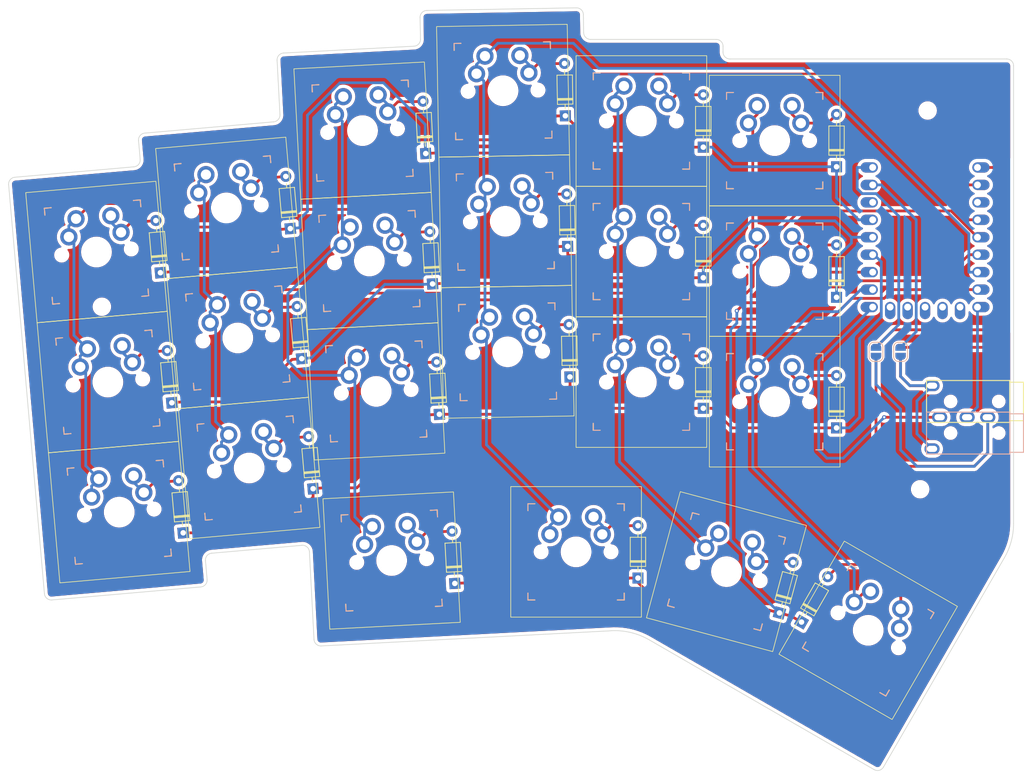
<source format=kicad_pcb>
(kicad_pcb (version 20221018) (generator pcbnew)
  (layers (0 "F.Cu" signal) (31 "B.Cu" signal) (34 "B.Paste" user) (35 "F.Paste" user) (36 "B.SilkS" user "B.Silkscreen") (37 "F.SilkS" user "F.Silkscreen") (38 "B.Mask" user) (39 "F.Mask" user) (44 "Edge.Cuts" user))
  (net 0 "")
  (net 1 "l0")
  (net 2 "Net-(D1-A)")
  (net 3 "Net-(D2-A)")
  (net 4 "Net-(D3-A)")
  (net 5 "Net-(D4-A)")
  (net 6 "Net-(D5-A)")
  (net 7 "Net-(D6-A)")
  (net 8 "l1")
  (net 9 "Net-(D7-A)")
  (net 10 "Net-(D8-A)")
  (net 11 "Net-(D9-A)")
  (net 12 "Net-(D10-A)")
  (net 13 "Net-(D11-A)")
  (net 14 "Net-(D12-A)")
  (net 15 "l2")
  (net 16 "Net-(D13-A)")
  (net 17 "Net-(D14-A)")
  (net 18 "Net-(D15-A)")
  (net 19 "Net-(D16-A)")
  (net 20 "Net-(D17-A)")
  (net 21 "Net-(D18-A)")
  (net 22 "l3")
  (net 23 "Net-(D19-A)")
  (net 24 "Net-(D20-A)")
  (net 25 "Net-(D21-A)")
  (net 26 "Net-(D22-A)")
  (net 27 "+5V")
  (net 28 "GND")
  (net 29 "5V_left")
  (net 30 "GND_left")
  (net 31 "5V_right")
  (net 32 "GND_right")
  (net 33 "c0")
  (net 34 "c1")
  (net 35 "c2")
  (net 36 "c3")
  (net 37 "c4")
  (net 38 "c5")
  (net 40 "com_2")
  (net 46 "com_1")
  (footprint "Diode_THT:D_DO-35_SOD27_P7.62mm_Horizontal" (layer "F.Cu") (at 249.5399 188.0002 75)
    (fp_text reference "D21" hide)
    (fp_text value "1N4148" hide)
  )
  (footprint "Diode_THT:D_DO-35_SOD27_P7.62mm_Horizontal" (layer "F.Cu") (at 178.4028 132.0664 95)
    (fp_text reference "D2" hide)
    (fp_text value "1N4148" hide)
  )
  (footprint "Diode_THT:D_DO-35_SOD27_P7.62mm_Horizontal" (layer "F.Cu") (at 181.7147 169.9218 95)
    (fp_text reference "D14" hide)
    (fp_text value "1N4148" hide)
  )
  (footprint "lib:SW_MX_reversible" (layer "F.Cu") (at 172.4169 166.9107 5)
    (fp_text reference "SW14" hide)
    (fp_text value "SW_SPST" hide)
  )
  (footprint "lib:SolderJumper-2_P1.3mm_Open_RoundedPad1.0x1.5mm" (layer "F.Cu") (at 263.5781 150 -90)
    (fp_text reference "JP_R1" hide)
    (fp_text value "~" hide)
  )
  (footprint "lib:SW_MX_reversible" (layer "F.Cu") (at 169.105 129.0553 5)
    (fp_text reference "SW2" hide)
    (fp_text value "SW_SPST" hide)
  )
  (footprint "MountingHole:MountingHole_2.2mm_M2" (layer "F.Cu") (at 270 170)
    (fp_text reference "H2" hide)
    (fp_text value "MountingHole" hide)
  )
  (footprint "Diode_THT:D_DO-35_SOD27_P7.62mm_Horizontal" (layer "F.Cu") (at 161.1665 157.4151 95)
    (fp_text reference "D7" hide)
    (fp_text value "1N4148" hide)
  )
  (footprint "Diode_THT:D_DO-35_SOD27_P7.62mm_Horizontal" (layer "F.Cu") (at 180.0587 150.9941 95)
    (fp_text reference "D8" hide)
    (fp_text value "1N4148" hide)
  )
  (footprint "MountingHole:MountingHole_2.2mm_M2" (layer "F.Cu") (at 271.0899 114.886)
    (fp_text reference "H3" hide)
    (fp_text value "MountingHole" hide)
  )
  (footprint "lib:SW_MX_reversible" (layer "F.Cu") (at 150.2127 135.4763 5)
    (fp_text reference "SW1" hide)
    (fp_text value "SW_SPST" hide)
  )
  (footprint "Diode_THT:D_DO-35_SOD27_P7.62mm_Horizontal" (layer "F.Cu") (at 199.0878 140.1176 93)
    (fp_text reference "D9" hide)
    (fp_text value "1N4148" hide)
  )
  (footprint "Diode_THT:D_DO-35_SOD27_P7.62mm_Horizontal" (layer "F.Cu") (at 218.7335 134.6552 91)
    (fp_text reference "D10" hide)
    (fp_text value "1N4148" hide)
  )
  (footprint "lib:SW_MX_reversible" (layer "F.Cu") (at 262.4439 190.5281 -30)
    (fp_text reference "SW22" hide)
    (fp_text value "SW_SPST" hide)
  )
  (footprint "Diode_THT:D_DO-35_SOD27_P7.62mm_Horizontal" (layer "F.Cu") (at 159.5105 138.4874 95)
    (fp_text reference "D1" hide)
    (fp_text value "1N4148" hide)
  )
  (footprint "Diode_THT:D_DO-35_SOD27_P7.62mm_Horizontal" (layer "F.Cu") (at 252.7447 189.3277 60)
    (fp_text reference "D22" hide)
    (fp_text value "1N4148" hide)
  )
  (footprint "lib:SW_MX_reversible" (layer "F.Cu") (at 153.5246 173.3317 5)
    (fp_text reference "SW13" hide)
    (fp_text value "SW_SPST" hide)
  )
  (footprint "lib:SW_MX_reversible" (layer "F.Cu") (at 229.4599 116.411)
    (fp_text reference "SW5" hide)
    (fp_text value "SW_SPST" hide)
  )
  (footprint "Diode_THT:D_DO-35_SOD27_P7.62mm_Horizontal" (layer "F.Cu") (at 198.0935 121.1436 93)
    (fp_text reference "D3" hide)
    (fp_text value "1N4148" hide)
  )
  (footprint "lib:SW_MX_reversible" (layer "F.Cu") (at 241.8327 181.9906 -15)
    (fp_text reference "SW21" hide)
    (fp_text value "SW_SPST" hide)
  )
  (footprint "Diode_THT:D_DO-35_SOD27_P7.62mm_Horizontal" (layer "F.Cu") (at 162.8224 176.3428 95)
    (fp_text reference "D13" hide)
    (fp_text value "1N4148" hide)
  )
  (footprint "lib:SW_MX_reversible" (layer "F.Cu") (at 188.9064 117.8098 3)
    (fp_text reference "SW3" hide)
    (fp_text value "SW_SPST" hide)
  )
  (footprint "lib:SW_MX_reversible" (layer "F.Cu") (at 209.6684 131.0029 1)
    (fp_text reference "SW10" hide)
    (fp_text value "SW_SPST" hide)
  )
  (footprint "lib:SW_MX_reversible" (layer "F.Cu") (at 170.7609 147.983 5)
    (fp_text reference "SW8" hide)
    (fp_text value "SW_SPST" hide)
  )
  (footprint "lib:SW_MX_reversible" (layer "F.Cu") (at 248.8399 119.261)
    (fp_text reference "SW6" hide)
    (fp_text value "SW_SPST" hide)
  )
  (footprint "_mcu:rp2040-zero-tht" (layer "F.Cu") (at 270.7149 133.3312)
    (fp_text reference "U1" hide)
    (fp_text value "rp2040-zero" hide)
  )
  (footprint "Diode_THT:D_DO-35_SOD27_P7.62mm_Horizontal" (layer "F.Cu") (at 257.8399 142.071 90)
    (fp_text reference "D12" hide)
    (fp_text value "1N4148" hide)
  )
  (footprint "lib:SW_MX_reversible" (layer "F.Cu") (at 190.8952 155.7578 3)
    (fp_text reference "SW15" hide)
    (fp_text value "SW_SPST" hide)
  )
  (footprint "lib:SW_MX_reversible" (layer "F.Cu") (at 248.8399 157.261)
    (fp_text reference "SW18" hide)
    (fp_text value "SW_SPST" hide)
  )
  (footprint "lib:SW_MX_reversible" (layer "F.Cu") (at 210 150 1)
    (fp_text reference "SW16" hide)
    (fp_text value "SW_SPST" hide)
  )
  (footprint "lib:SW_MX_reversible" (layer "F.Cu") (at 229.4599 135.411)
    (fp_text reference "SW11" hide)
    (fp_text value "SW_SPST" hide)
  )
  (footprint "lib:SW_MX_reversible" (layer "F.Cu") (at 219.9599 179.111)
    (fp_text reference "SW20" hide)
    (fp_text value "SW_SPST" hide)
  )
  (footprint "lib:SW_MX_reversible" (layer "F.Cu") (at 229.4599 154.411)
    (fp_text reference "SW17" hide)
    (fp_text value "SW_SPST" hide)
  )
  (footprint "lib:TRRS-PJ-320A_reversible" (layer "F.Cu") (at 283.028125 159.525 -90)
    (fp_text reference "J1" hide)
    (fp_text value "AudioJack4" hide)
  )
  (footprint "lib:SW_MX_reversible" (layer "F.Cu") (at 248.8399 138.261)
    (fp_text reference "SW12" hide)
    (fp_text value "SW_SPST" hide)
  )
  (footprint "Diode_THT:D_DO-35_SOD27_P7.62mm_Horizontal" (layer "F.Cu") (at 202.3236 183.7079 93)
    (fp_text reference "D19" hide)
    (fp_text value "1N4148" hide)
  )
  (footprint "Diode_THT:D_DO-35_SOD27_P7.62mm_Horizontal" (layer "F.Cu") (at 238.4599 120.221 90)
    (fp_text reference "D5" hide)
    (fp_text value "1N4148" hide)
  )
  (footprint "Diode_THT:D_DO-35_SOD27_P7.62mm_Horizontal" (layer "F.Cu") (at 218.4019 115.6581 91)
    (fp_text reference "D4" hide)
    (fp_text value "1N4148" hide)
  )
  (footprint "MountingHole:MountingHole_2.2mm_M2" (layer "F.Cu") (at 150.9971 143.442)
    (fp_text reference "H1" hide)
    (fp_text value "MountingHole" hide)
  )
  (footprint "Diode_THT:D_DO-35_SOD27_P7.62mm_Horizontal" (layer "F.Cu") (at 238.4599 139.221 90)
    (fp_text reference "D11" hide)
    (fp_text value "1N4148" hide)
  )
  (footprint "Diode_THT:D_DO-35_SOD27_P7.62mm_Horizontal" (layer "F.Cu") (at 219.0651 153.6523 91)
    (fp_text reference "D16" hide)
    (fp_text value "1N4148" hide)
  )
  (footprint "Diode_THT:D_DO-35_SOD27_P7.62mm_Horizontal" (layer "F.Cu") (at 238.4599 158.221 90)
    (fp_text reference "D17" hide)
    (fp_text value "1N4148" hide)
  )
  (footprint "Diode_THT:D_DO-35_SOD27_P7.62mm_Horizontal" (layer "F.Cu") (at 257.8399 123.071 90)
    (fp_text reference "D6" hide)
    (fp_text value "1N4148" hide)
  )
  (footprint "lib:SW_MX_reversible" (layer "F.Cu") (at 193.1366 180.3742 3)
    (fp_text reference "SW19" hide)
    (fp_text value "SW_SPST" hide)
  )
  (footprint "Diode_THT:D_DO-35_SOD27_P7.62mm_Horizontal" (layer "F.Cu") (at 200.0822 159.0915 93)
    (fp_text reference "D15" hide)
    (fp_text value "1N4148" hide)
  )
  (footprint "lib:SolderJumper-2_P1.3mm_Open_RoundedPad1.0x1.5mm" (layer "F.Cu") (at 267.15 150 -90)
    (fp_text reference "JP_R2" hide)
    (fp_text value "~" hide)
  )
  (footprint "lib:SW_MX_reversible" (layer "F.Cu") (at 209.3368 112.0058 1)
    (fp_text reference "SW4" hide)
    (fp_text value "SW_SPST" hide)
  )
  (footprint "lib:SW_MX_reversible" (layer "F.Cu") (at 151.8687 154.404 5)
    (fp_text reference "SW7" hide)
    (fp_text value "SW_SPST" hide)
  )
  (footprint "Diode_THT:D_DO-35_SOD27_P7.62mm_Horizontal" (layer "F.Cu") (at 257.8399 161.071 90)
    (fp_text reference "D18" hide)
    (fp_text value "1N4148" hide)
  )
  (footprint "lib:SW_MX_reversible" (layer "F.Cu") (at 189.9008 136.7838 3)
    (fp_text reference "SW9" hide)
    (fp_text value "SW_SPST" hide)
  )
  (footprint "Diode_THT:D_DO-35_SOD27_P7.62mm_Horizontal" (layer "F.Cu") (at 228.9599 182.921 90)
    (fp_text reference "D20" hide)
    (fp_text value "1N4148" hide)
  )
  (footprint "lib:SolderJumper-2_P1.3mm_Open_RoundedPad1.0x1.5mm" (layer "B.Cu") (at 267.15 150 -90)
    (fp_text reference "JP_L2" hide)
    (fp_text value "~" hide)
  )
  (footprint "lib:SolderJumper-2_P1.3mm_Open_RoundedPad1.0x1.5mm" (layer "B.Cu") (at 263.5781 150 -90)
    (fp_text reference "JP_L1" hide)
    (fp_text value "~" hide)
  )
  (gr_line (start 156.327333 119.256648) (end 156.567011 121.996183) (stroke (width 0.1)) (layer "Edge.Cuts"))
  (gr_arc (start 283.589947 174.972585) (mid 283.24921 177.560778) (end 282.250201 179.972585) (stroke (width 0.1)) (layer "Edge.Cuts"))
  (gr_arc (start 137.435069 125.677651) (mid 137.665219 124.9477) (end 138.344108 124.5943) (stroke (width 0.1)) (layer "Edge.Cuts"))
  (gr_line (start 181.178653 179.103347) (end 181.846979 191.855777) (stroke (width 0.1)) (layer "Edge.Cuts"))
  (gr_arc (start 176.47851 107.571232) (mid 176.733998 106.849781) (end 177.424803 106.520267) (stroke (width 0.1)) (layer "Edge.Cuts"))
  (gr_line (start 241.334947 106.386049) (end 241.334947 105.536049) (stroke (width 0.1)) (layer "Edge.Cuts"))
  (gr_line (start 220.002905 99.942801) (end 198.256218 100.322391) (stroke (width 0.1)) (layer "Edge.Cuts"))
  (gr_arc (start 197.329172 104.510698) (mid 197.060698 105.210187) (end 196.381661 105.52678) (stroke (width 0.1)) (layer "Edge.Cuts"))
  (gr_line (start 166.302249 183.130335) (end 166.062571 180.3908) (stroke (width 0.1)) (layer "Edge.Cuts"))
  (gr_line (start 196.381661 105.52678) (end 177.424803 106.520267) (stroke (width 0.1)) (layer "Edge.Cuts"))
  (gr_line (start 282.589947 107.386049) (end 242.334947 107.386049) (stroke (width 0.1)) (layer "Edge.Cuts"))
  (gr_line (start 182.897945 192.802071) (end 225.077206 190.591549) (stroke (width 0.1)) (layer "Edge.Cuts"))
  (gr_arc (start 156.567011 121.996183) (mid 156.336846 122.726106) (end 155.657972 123.079533) (stroke (width 0.1)) (layer "Edge.Cuts"))
  (gr_line (start 166.97161 179.307449) (end 180.092868 178.159488) (stroke (width 0.1)) (layer "Edge.Cuts"))
  (gr_arc (start 225.077206 190.591549) (mid 227.935022 190.854137) (end 230.600565 191.917591) (stroke (width 0.1)) (layer "Edge.Cuts"))
  (gr_arc (start 156.327333 119.256648) (mid 156.557488 118.526718) (end 157.236372 118.173297) (stroke (width 0.1)) (layer "Edge.Cuts"))
  (gr_arc (start 143.725975 186.109323) (mid 142.996011 185.879182) (end 142.642625 185.200284) (stroke (width 0.1)) (layer "Edge.Cuts"))
  (gr_line (start 221.066082 103.553501) (end 221.020205 100.925197) (stroke (width 0.1)) (layer "Edge.Cuts"))
  (gr_line (start 283.589947 108.386049) (end 283.589947 174.972585) (stroke (width 0.1)) (layer "Edge.Cuts"))
  (gr_line (start 142.642625 185.200284) (end 137.435069 125.677651) (stroke (width 0.1)) (layer "Edge.Cuts"))
  (gr_arc (start 240.334947 104.536049) (mid 241.042006 104.828962) (end 241.334947 105.536049) (stroke (width 0.1)) (layer "Edge.Cuts"))
  (gr_line (start 240.334947 104.536049) (end 222.06593 104.536049) (stroke (width 0.1)) (layer "Edge.Cuts"))
  (gr_arc (start 166.062571 180.3908) (mid 166.292701 179.660818) (end 166.97161 179.307449) (stroke (width 0.1)) (layer "Edge.Cuts"))
  (gr_arc (start 180.092868 178.159488) (mid 180.836073 178.400982) (end 181.178653 179.103347) (stroke (width 0.1)) (layer "Edge.Cuts"))
  (gr_line (start 143.725975 186.109323) (end 165.39321 184.213686) (stroke (width 0.1)) (layer "Edge.Cuts"))
  (gr_line (start 176.47851 107.571232) (end 176.89324 115.484757) (stroke (width 0.1)) (layer "Edge.Cuts"))
  (gr_line (start 263.299428 210.796287) (end 230.600565 191.917591) (stroke (width 0.1)) (layer "Edge.Cuts"))
  (gr_arc (start 242.334947 107.386049) (mid 241.627793 107.093175) (end 241.334947 106.386049) (stroke (width 0.1)) (layer "Edge.Cuts"))
  (gr_arc (start 176.89324 115.484757) (mid 176.649323 116.19316) (end 175.981766 116.533288) (stroke (width 0.1)) (layer "Edge.Cuts"))
  (gr_arc (start 182.897945 192.802071) (mid 182.176459 192.546592) (end 181.846979 191.855777) (stroke (width 0.1)) (layer "Edge.Cuts"))
  (gr_line (start 175.981766 116.533288) (end 157.236372 118.173297) (stroke (width 0.1)) (layer "Edge.Cuts"))
  (gr_arc (start 220.002905 99.942801) (mid 220.715027 100.223296) (end 221.020205 100.925197) (stroke (width 0.1)) (layer "Edge.Cuts"))
  (gr_line (start 197.273822 101.339691) (end 197.329172 104.510698) (stroke (width 0.1)) (layer "Edge.Cuts"))
  (gr_arc (start 197.273822 101.339691) (mid 197.554314 100.627545) (end 198.256218 100.322391) (stroke (width 0.1)) (layer "Edge.Cuts"))
  (gr_arc (start 282.589947 107.386049) (mid 283.297006 107.678962) (end 283.589947 108.386049) (stroke (width 0.1)) (layer "Edge.Cuts"))
  (gr_line (start 264.665453 210.430262) (end 282.250201 179.972585) (stroke (width 0.1)) (layer "Edge.Cuts"))
  (gr_arc (start 222.06593 104.536049) (mid 221.364985 104.249313) (end 221.066082 103.553501) (stroke (width 0.1)) (layer "Edge.Cuts"))
  (gr_arc (start 166.302249 183.130335) (mid 166.0721 183.860271) (end 165.39321 184.213686) (stroke (width 0.1)) (layer "Edge.Cuts"))
  (gr_arc (start 264.665453 210.430262) (mid 264.058245 210.896224) (end 263.299428 210.796287) (stroke (width 0.1)) (layer "Edge.Cuts"))
  (gr_line (start 155.657972 123.079533) (end 138.344108 124.5943) (stroke (width 0.1)) (layer "Edge.Cuts"))
  (segment (start 211.6868 121.072) (end 217.0775 115.6813) (width 0.4) (layer "F.Cu") (net 1))
  (segment (start 198.0935 121.1436) (end 199.4619 121.0719) (width 0.4) (layer "F.Cu") (net 1))
  (segment (start 218.4019 115.6581) (end 222.9648 120.221) (width 0.4) (layer "F.Cu") (net 1))
  (segment (start 160.921 138.3639) (end 160.921 138.364) (width 0.4) (layer "F.Cu") (net 1))
  (segment (start 222.9648 120.221) (end 238.4599 120.221) (width 0.4) (layer "F.Cu") (net 1))
  (segment (start 218.4019 115.6581) (end 217.0775 115.6813) (width 0.4) (layer "F.Cu") (net 1))
  (segment (start 178.4028 132.0664) (end 176.9923 132.1899) (width 0.4) (layer "F.Cu") (net 1))
  (segment (start 159.5105 138.4874) (end 160.921 138.3639) (width 0.4) (layer "F.Cu") (net 1))
  (segment (start 199.4619 121.072) (end 211.6868 121.072) (width 0.4) (layer "F.Cu") (net 1))
  (segment (start 199.4619 121.0719) (end 199.4619 121.072) (width 0.4) (layer "F.Cu") (net 1))
  (segment (start 160.921 138.364) (end 170.8182 138.364) (width 0.4) (layer "F.Cu") (net 1))
  (segment (start 170.8182 138.364) (end 176.9923 132.1899) (width 0.4) (layer "F.Cu") (net 1))
  (segment (start 198.0935 121.1436) (end 198.0218 119.7752) (width 0.4) (layer "B.Cu") (net 1))
  (segment (start 180.8959 115.5716) (end 180.8959 129.5733) (width 0.4) (layer "B.Cu") (net 1))
  (segment (start 191.9495 110.8501) (end 185.6174 110.8501) (width 0.4) (layer "B.Cu") (net 1))
  (segment (start 257.8399 127.593025) (end 257.8399 123.071) (width 0.4) (layer "B.Cu") (net 1))
  (segment (start 242.6118 123.071) (end 257.8399 123.071) (width 0.4) (layer "B.Cu") (net 1))
  (segment (start 263.0949 130.7912) (end 261.038075 130.7912) (width 0.4) (layer "B.Cu") (net 1))
  (segment (start 198.0219 116.9225) (end 191.9495 110.8501) (width 0.4) (layer "B.Cu") (net 1))
  (segment (start 180.8959 129.5733) (end 179.8133 130.6559) (width 0.4) (layer "B.Cu") (net 1))
  (segment (start 179.8133 130.6559) (end 179.8133 131.9429) (width 0.4) (layer "B.Cu") (net 1))
  (segment (start 198.0219 119.7752) (end 198.0219 116.9225) (width 0.4) (layer "B.Cu") (net 1))
  (segment (start 239.7618 120.221) (end 242.6118 123.071) (width 0.4) (layer "B.Cu") (net 1))
  (segment (start 185.6174 110.8501) (end 180.8959 115.5716) (width 0.4) (layer "B.Cu") (net 1))
  (segment (start 198.0218 119.7752) (end 198.0219 119.7752) (width 0.4) (layer "B.Cu") (net 1))
  (segment (start 238.4599 120.221) (end 239.7618 120.221) (width 0.4) (layer "B.Cu") (net 1))
  (segment (start 261.038075 130.7912) (end 257.8399 127.593025) (width 0.4) (layer "B.Cu") (net 1))
  (segment (start 178.4028 132.0664) (end 179.8133 131.9429) (width 0.4) (layer "B.Cu") (net 1))
  (segment (start 157.5023 131.014) (end 155.3867 131.014) (width 0.4) (layer "F.Cu") (net 2))
  (segment (start 158.8464 130.8964) (end 157.5023 131.0141) (width 0.4) (layer "F.Cu") (net 2))
  (segment (start 157.5023 131.0141) (end 157.5023 131.014) (width 0.4) (layer "F.Cu") (net 2))
  (segment (start 155.3867 131.014) (end 153.7868 132.6139) (width 0.4) (layer "F.Cu") (net 2))
  (segment (start 153.7868 132.6139) (end 152.3003 131.1274) (width 0.4) (layer "B.Cu") (net 2))
  (segment (start 177.7387 124.4754) (end 176.3946 124.5931) (width 0.4) (layer "F.Cu") (net 3))
  (segment (start 176.3946 124.593) (end 174.279 124.593) (width 0.4) (layer "F.Cu") (net 3))
  (segment (start 176.3946 124.5931) (end 176.3946 124.593) (width 0.4) (layer "F.Cu") (net 3))
  (segment (start 174.279 124.593) (end 172.6791 126.1929) (width 0.4) (layer "F.Cu") (net 3))
  (segment (start 172.6791 126.1929) (end 171.1926 124.7064) (width 0.4) (layer "B.Cu") (net 3))
  (segment (start 197.6947 113.534) (end 196.3664 113.6036) (width 0.4) (layer "F.Cu") (net 4))
  (segment (start 196.3664 113.6036) (end 196.3664 113.6035) (width 0.4) (layer "F.Cu") (net 4))
  (segment (start 196.3664 113.6035) (end 194.0486 113.6035) (width 0.4) (layer "F.Cu") (net 4))
  (segment (start 194.0486 113.6035) (end 192.5782 115.0739) (width 0.4) (layer "F.Cu") (net 4))
  (segment (start 192.5782 114.0049) (end 191.1771 112.6038) (width 0.4) (layer "B.Cu") (net 4))
  (segment (start 192.5782 115.0739) (end 192.5782 114.0049) (width 0.4) (layer "B.Cu") (net 4))
  (segment (start 218.2689 108.0393) (end 216.9578 108.0622) (width 0.4) (layer "F.Cu") (net 5))
  (segment (start 214.4394 108.0622) (end 213.1019 109.3997) (width 0.4) (layer "F.Cu") (net 5))
  (segment (start 216.9578 108.0622) (end 214.4394 108.0622) (width 0.4) (layer "F.Cu") (net 5))
  (segment (start 213.1019 108.1963) (end 211.7878 106.8822) (width 0.4) (layer "B.Cu") (net 5))
  (segment (start 213.1019 109.3997) (end 213.1019 108.1963) (width 0.4) (layer "B.Cu") (net 5))
  (segment (start 238.4599 112.601) (end 234.5399 112.601) (width 0.4) (layer "F.Cu") (net 6))
  (segment (start 234.5399 112.601) (end 233.2699 113.871) (width 0.4) (layer "F.Cu") (net 6))
  (segment (start 233.2699 112.601) (end 231.9999 111.331) (width 0.4) (layer "B.Cu") (net 6))
  (segment (start 233.2699 113.871) (end 233.2699 112.601) (width 0.4) (layer "B.Cu") (net 6))
  (segment (start 256.5699 116.721) (end 257.8399 115.451) (width 0.4) (layer "F.Cu") (net 7))
  (segment (start 252.6499 116.721) (end 256.5699 116.721) (width 0.4) (layer "F.Cu") (net 7))
  (segment (start 251.3799 114.181) (end 251.3799 115.451) (width 0.4) (layer "F.Cu") (net 7))
  (segment (start 251.3799 115.451) (end 252.6499 116.721) (width 0.4) (layer "F.Cu") (net 7))
  (segment (start 223.2993 139.221) (end 220.0579 135.9796) (width 0.4) (layer "F.Cu") (net 8))
  (segment (start 180.0587 150.9941) (end 178.6482 151.1176) (width 0.4) (layer "F.Cu") (net 8))
  (segment (start 172.4741 157.2917) (end 178.6482 151.1176) (width 0.4) (layer "F.Cu") (net 8))
  (segment (start 199.0878 140.1176) (end 200.4562 140.0459) (width 0.4) (layer "F.Cu") (net 8))
  (segment (start 212.0415 140.046) (end 217.4091 134.6784) (width 0.4) (layer "F.Cu") (net 8))
  (segment (start 162.577 157.2916) (end 162.577 157.2917) (width 0.4) (layer "F.Cu") (net 8))
  (segment (start 200.4562 140.0459) (end 200.4562 140.046) (width 0.4) (layer "F.Cu") (net 8))
  (segment (start 220.0579 135.9796) (end 218.7567 135.9796) (width 0.4) (layer "F.Cu") (net 8))
  (segment (start 200.4562 140.046) (end 212.0415 140.046) (width 0.4) (layer "F.Cu") (net 8))
  (segment (start 218.7335 134.6552) (end 217.4091 134.6784) (width 0.4) (layer "F.Cu") (net 8))
  (segment (start 218.7335 134.6552) (end 218.7567 135.9796) (width 0.4) (layer "F.Cu") (net 8))
  (segment (start 162.577 157.2917) (end 172.4741 157.2917) (width 0.4) (layer "F.Cu") (net 8))
  (segment (start 161.1665 157.4151) (end 162.577 157.2916) (width 0.4) (layer "F.Cu") (net 8))
  (segment (start 238.4599 139.221) (end 223.2993 139.221) (width 0.4) (layer "F.Cu") (net 8))
  (segment (start 238.4599 139.221) (end 238.4599 137.9191) (width 0.4) (layer "B.Cu") (net 8))
  (segment (start 260.0062 133.3312) (end 260.0062 134.167999) (width 0.4) (layer "B.Cu") (net 8))
  (segment (start 199.0878 140.1176) (end 197.7194 140.1893) (width 0.4) (layer "B.Cu") (net 8))
  (segment (start 257.8399 136.3343) (end 260.0062 134.167999) (width 0.4) (layer "B.Cu") (net 8))
  (segment (start 245.429001 130.95) (end 257.625 130.95) (width 0.4) (layer "B.Cu") (net 8))
  (segment (start 260.0062 133.3312) (end 257.625 130.95) (width 0.4) (layer "B.Cu") (net 8))
  (segment (start 238.4599 137.9191) (end 245.429001 130.95) (width 0.4) (layer "B.Cu") (net 8))
  (segment (start 257.8399 142.071) (end 257.8399 136.3343) (width 0.4) (layer "B.Cu") (net 8))
  (segment (start 197.7194 140.1892) (end 197.7194 140.1893) (width 0.4) (layer "B.Cu") (net 8))
  (segment (start 180.0587 150.9941) (end 181.4692 150.8706) (width 0.4) (layer "B.Cu") (net 8))
  (segment (start 263.0949 133.3312) (end 260.0062 133.3312) (width 0.4) (layer "B.Cu") (net 8))
  (segment (start 181.4692 150.8706) (end 192.1506 140.1892) (width 0.4) (layer "B.Cu") (net 8))
  (segment (start 192.1506 140.1892) (end 197.7194 140.1892) (width 0.4) (layer "B.Cu") (net 8))
  (segment (start 157.0427 149.9417) (end 155.4428 151.5416) (width 0.4) (layer "F.Cu") (net 9))
  (segment (start 159.1583 149.9418) (end 159.1583 149.9417) (width 0.4) (layer "F.Cu") (net 9))
  (segment (start 160.5024 149.8241) (end 159.1583 149.9418) (width 0.4) (layer "F.Cu") (net 9))
  (segment (start 159.1583 149.9417) (end 157.0427 149.9417) (width 0.4) (layer "F.Cu") (net 9))
  (segment (start 155.4428 151.5416) (end 153.9563 150.0551) (width 0.4) (layer "B.Cu") (net 9))
  (segment (start 178.0505 143.5207) (end 175.9349 143.5207) (width 0.4) (layer "F.Cu") (net 10))
  (segment (start 175.9349 143.5207) (end 174.335 145.1206) (width 0.4) (layer "F.Cu") (net 10))
  (segment (start 178.0505 143.5208) (end 178.0505 143.5207) (width 0.4) (layer "F.Cu") (net 10))
  (segment (start 179.3946 143.4031) (end 178.0505 143.5208) (width 0.4) (layer "F.Cu") (net 10))
  (segment (start 174.335 145.1206) (end 172.8485 143.6341) (width 0.4) (layer "B.Cu") (net 10))
  (segment (start 197.3607 132.5775) (end 195.043 132.5775) (width 0.4) (layer "F.Cu") (net 11))
  (segment (start 198.689 132.508) (end 197.3607 132.5776) (width 0.4) (layer "F.Cu") (net 11))
  (segment (start 195.043 132.5775) (end 193.5726 134.0479) (width 0.4) (layer "F.Cu") (net 11))
  (segment (start 197.3607 132.5776) (end 197.3607 132.5775) (width 0.4) (layer "F.Cu") (net 11))
  (segment (start 193.5726 134.0479) (end 193.5726 132.9789) (width 0.4) (layer "B.Cu") (net 11))
  (segment (start 193.5726 132.9789) (end 192.1715 131.5778) (width 0.4) (layer "B.Cu") (net 11))
  (segment (start 214.771 127.0593) (end 213.4335 128.3968) (width 0.4) (layer "F.Cu") (net 12))
  (segment (start 218.6005 127.0364) (end 217.2894 127.0593) (width 0.4) (layer "F.Cu") (net 12))
  (segment (start 217.2894 127.0593) (end 214.771 127.0593) (width 0.4) (layer "F.Cu") (net 12))
  (segment (start 213.4335 128.3968) (end 213.4335 127.1934) (width 0.4) (layer "B.Cu") (net 12))
  (segment (start 213.4335 127.1934) (end 212.1194 125.8793) (width 0.4) (layer "B.Cu") (net 12))
  (segment (start 234.5399 131.601) (end 233.2699 132.871) (width 0.4) (layer "F.Cu") (net 13))
  (segment (start 238.4599 131.601) (end 234.5399 131.601) (width 0.4) (layer "F.Cu") (net 13))
  (segment (start 233.2699 132.871) (end 233.2699 131.601) (width 0.4) (layer "B.Cu") (net 13))
  (segment (start 233.2699 131.601) (end 231.9999 130.331) (width 0.4) (layer "B.Cu") (net 13))
  (segment (start 252.6499 134.451) (end 251.3799 133.181) (width 0.4) (layer "F.Cu") (net 14))
  (segment (start 253.9199 134.451) (end 252.6499 135.721) (width 0.4) (layer "F.Cu") (net 14))
  (segment (start 252.6499 135.721) (end 252.6499 134.451) (width 0.4) (layer "F.Cu") (net 14))
  (segment (start 257.8399 134.451) (end 253.9199 134.451) (width 0.4) (layer "F.Cu") (net 14))
  (segment (start 176.51345 176.3428) (end 181.7147 171.14155) (width 0.4) (layer "F.Cu") (net 15))
  (segment (start 214.973501 159.0915) (end 219.0883 154.9767) (width 0.4) (layer "F.Cu") (net 15))
  (segment (start 181.7147 171.14155) (end 181.7147 169.9218) (width 0.4) (layer "F.Cu") (net 15))
  (segment (start 162.8224 176.3428) (end 176.51345 176.3428) (width 0.4) (layer "F.Cu") (net 15))
  (segment (start 219.0651 153.6523) (end 219.0883 154.9767) (width 0.4) (layer "F.Cu") (net 15))
  (segment (start 242.6118 161.071) (end 239.7618 158.221) (width 0.4) (layer "F.Cu") (net 15))
  (segment (start 200.0822 159.0915) (end 214.973501 159.0915) (width 0.4) (layer "F.Cu") (net 15))
  (segment (start 183.1252 169.7984) (end 188.0786 169.7984) (width 0.4) (layer "F.Cu") (net 15))
  (segment (start 257.8399 161.071) (end 242.6118 161.071) (width 0.4) (layer "F.Cu") (net 15))
  (segment (start 200.0822 159.0915) (end 198.7138 159.1632) (width 0.4) (layer "F.Cu") (net 15))
  (segment (start 222.3326 158.221) (end 219.0883 154.9767) (width 0.4) (layer "F.Cu") (net 15))
  (segment (start 188.0786 169.7984) (end 198.7138 159.1632) (width 0.4) (layer "F.Cu") (net 15))
  (segment (start 238.4599 158.221) (end 239.7618 158.221) (width 0.4) (layer "F.Cu") (net 15))
  (segment (start 181.7147 169.9218) (end 183.1252 169.7983) (width 0.4) (layer "F.Cu") (net 15))
  (segment (start 238.4599 158.221) (end 222.3326 158.221) (width 0.4) (layer "F.Cu") (net 15))
  (segment (start 183.1252 169.7983) (end 183.1252 169.7984) (width 0.4) (layer "F.Cu") (net 15))
  (segment (start 261.196875 148.085025) (end 264.3468 144.9351) (width 0.4) (layer "B.Cu") (net 15))
  (segment (start 264.3468 144.9351) (end 264.3468 136.903125) (width 0.4) (layer "B.Cu") (net 15))
  (segment (start 261.196875 159.525) (end 261.196875 148.085025) (width 0.4) (layer "B.Cu") (net 15))
  (segment (start 264.3468 136.903125) (end 263.314875 135.8712) (width 0.4) (layer "B.Cu") (net 15))
  (segment (start 259.650875 161.071) (end 261.196875 159.525) (width 0.4) (layer "B.Cu") (net 15))
  (segment (start 257.8399 161.071) (end 259.650875 161.071) (width 0.4) (layer "B.Cu") (net 15))
  (segment (start 160.8142 168.8694) (end 158.6986 168.8694) (width 0.4) (layer "F.Cu") (net 16))
  (segment (start 160.8142 168.8695) (end 160.8142 168.8694) (width 0.4) (layer "F.Cu") (net 16))
  (segment (start 162.1583 168.7518) (end 160.8142 168.8695) (width 0.4) (layer "F.Cu") (net 16))
  (segment (start 158.6986 168.8694) (end 157.0987 170.4693) (width 0.4) (layer "F.Cu") (net 16))
  (segment (start 157.0987 170.4693) (end 155.6122 168.9828) (width 0.4) (layer "B.Cu") (net 16))
  (segment (start 181.0506 162.3308) (end 179.7065 162.4485) (width 0.4) (layer "F.Cu") (net 17))
  (segment (start 179.7065 162.4484) (end 177.5909 162.4484) (width 0.4) (layer "F.Cu") (net 17))
  (segment (start 177.5909 162.4484) (end 175.991 164.0483) (width 0.4) (layer "F.Cu") (net 17))
  (segment (start 179.7065 162.4485) (end 179.7065 162.4484) (width 0.4) (layer "F.Cu") (net 17))
  (segment (start 175.991 164.0483) (end 174.5045 162.5618) (width 0.4) (layer "B.Cu") (net 17))
  (segment (start 198.3551 151.5515) (end 198.3551 151.5514) (width 0.4) (layer "F.Cu") (net 18))
  (segment (start 199.6834 151.4819) (end 198.3551 151.5515) (width 0.4) (layer "F.Cu") (net 18))
  (segment (start 198.3551 151.5514) (end 196.0375 151.5514) (width 0.4) (layer "F.Cu") (net 18))
  (segment (start 196.0375 151.5514) (end 194.567 153.0219) (width 0.4) (layer "F.Cu") (net 18))
  (segment (start 194.567 151.9529) (end 193.1659 150.5518) (width 0.4) (layer "B.Cu") (net 18))
  (segment (start 194.567 153.0219) (end 194.567 151.9529) (width 0.4) (layer "B.Cu") (net 18))
  (segment (start 217.621 146.0564) (end 215.1026 146.0564) (width 0.4) (layer "F.Cu") (net 19))
  (segment (start 218.9321 146.0335) (end 217.621 146.0564) (width 0.4) (layer "F.Cu") (net 19))
  (segment (start 215.1026 146.0564) (end 213.7651 147.3939) (width 0.4) (layer "F.Cu") (net 19))
  (segment (start 213.7651 146.1905) (end 212.451 144.8764) (width 0.4) (layer "B.Cu") (net 19))
  (segment (start 213.7651 147.3939) (end 213.7651 146.1905) (width 0.4) (layer "B.Cu") (net 19))
  (segment (start 234.5399 150.601) (end 233.2699 151.871) (width 0.4) (layer "F.Cu") (net 20))
  (segment (start 238.4599 150.601) (end 234.5399 150.601) (width 0.4) (layer "F.Cu") (net 20))
  (segment (start 233.2699 151.871) (end 233.2699 150.601) (width 0.4) (layer "B.Cu") (net 20))
  (segment (start 233.2699 150.601) (end 231.9999 149.331) (width 0.4) (layer "B.Cu") (net 20))
  (segment (start 257.8399 153.451) (end 253.9199 153.451) (width 0.4) (layer "F.Cu") (net 21))
  (segment (start 253.9199 153.451) (end 252.6499 154.721) (width 0.4) (layer "F.Cu") (net 21))
  (segment (start 251.3799 153.451) (end 252.6499 154.721) (width 0.4) (layer "F.Cu") (net 21))
  (segment (start 251.3799 152.181) (end 251.3799 153.451) (width 0.4) (layer "F.Cu") (net 21))
  (segment (start 228.309 182.921) (end 232.961 187.573) (width 0.4) (layer "F.Cu") (net 22))
  (segment (start 251.3152 188.5023) (end 251.3151 188.5024) (width 0.4) (layer "F.Cu") (net 22))
  (segment (start 251.3151 188.5024) (end 251.2093 188.5024) (width 0.4) (layer "F.Cu") (net 22))
  (segment (start 226.9427 183.6363) (end 227.658 182.921) (width 0.4) (layer "F.Cu") (net 22))
  (segment (start 203.692 183.6363) (end 226.9427 183.6363) (width 0.4) (layer "F.Cu") (net 22))
  (segment (start 228.309 182.921) (end 227.658 182.921) (width 0.4) (layer "F.Cu") (net 22))
  (segment (start 228.9599 182.921) (end 228.309 182.921) (width 0.4) (layer "F.Cu") (net 22))
  (segment (start 256.434375 138.4112) (end 263.0949 138.4112) (width 0.4) (layer "F.Cu") (net 22))
  (segment (start 249.5399 188.0002) (end 251.1344 188.4274) (width 0.4) (layer "F.Cu") (net 22))
  (segment (start 252.7447 189.3277) (end 251.3152 188.5023) (width 0.4) (layer "F.Cu") (net 22))
  (segment (start 251.989325 142.85625) (end 256.434375 138.4112) (width 0.4) (layer "F.Cu") (net 22))
  (segment (start 251.2093 188.5024) (end 251.1344 188.4275) (width 0.4) (layer "F.Cu") (net 22))
  (segment (start 244.528125 142.85625) (end 251.989325 142.85625) (width 0.4) (layer "F.Cu") (net 22))
  (segment (start 202.3236 183.7079) (end 203.692 183.6362) (width 0.4) (layer "F.Cu") (net 22))
  (segment (start 243.3375 144.046875) (end 244.528125 142.85625) (width 0.4) (layer "F.Cu") (net 22))
  (segment (start 249.5399 188.0002) (end 247.9454 187.573) (width 0.4) (layer "F.Cu") (net 22))
  (segment (start 203.692 183.6362) (end 203.692 183.6363) (width 0.4) (layer "F.Cu") (net 22))
  (segment (start 232.961 187.573) (end 247.9454 187.573) (width 0.4) (layer "F.Cu") (net 22))
  (segment (start 251.1344 188.4275) (end 251.1344 188.4274) (width 0.4) (layer "F.Cu") (net 22))
  (via (at 243.3375 144.046875) (size 0.6) (drill 0.3) (layers "F.Cu" "B.Cu") (net 22))
  (segment (start 243.3375 144.046875) (end 243.3375 145.831848) (width 0.4) (layer "B.Cu") (net 22))
  (segment (start 243.3375 145.831848) (end 242.444049 146.725299) (width 0.4) (layer "B.Cu") (net 22))
  (segment (start 244.341703 182.802003) (end 249.5399 188.0002) (width 0.4) (layer "B.Cu") (net 22))
  (segment (start 244.341703 179.28945) (end 244.341703 182.802003) (width 0.4) (layer "B.Cu") (net 22))
  (segment (start 242.444049 177.391796) (end 244.341703 179.28945) (width 0.4) (layer "B.Cu") (net 22))
  (segment (start 242.444049 146.725299) (end 242.444049 177.391796) (width 0.4) (layer "B.Cu") (net 22))
  (segment (start 201.9248 176.0983) (end 200.5965 176.1679) (width 0.4) (layer "F.Cu") (net 23))
  (segment (start 200.5965 176.1679) (end 200.5965 176.1678) (width 0.4) (layer "F.Cu") (net 23))
  (segment (start 198.2789 176.1678) (end 196.8084 177.6383) (width 0.4) (layer "F.Cu") (net 23))
  (segment (start 200.5965 176.1678) (end 198.2789 176.1678) (width 0.4) (layer "F.Cu") (net 23))
  (segment (start 196.8084 176.5693) (end 195.4073 175.1682) (width 0.4) (layer "B.Cu") (net 23))
  (segment (start 196.8084 177.6383) (end 196.8084 176.5693) (width 0.4) (layer "B.Cu") (net 23))
  (segment (start 225.0399 175.301) (end 223.7699 176.571) (width 0.4) (layer "F.Cu") (net 24))
  (segment (start 228.9599 175.301) (end 225.0399 175.301) (width 0.4) (layer "F.Cu") (net 24))
  (segment (start 223.7699 176.571) (end 223.7699 175.301) (width 0.4) (layer "B.Cu") (net 24))
  (segment (start 223.7699 175.301) (end 222.4999 174.031) (width 0.4) (layer "B.Cu") (net 24))
  (segment (start 246.170278 180.523249) (end 251.395505 180.523249) (width 0.4) (layer "F.Cu") (net 25))
  (segment (start 245.601 179.9539) (end 245.601 177.7411) (width 0.4) (layer "B.Cu") (net 25))
  (segment (start 258.327036 180.95625) (end 262.50893 180.95625) (width 0.4) (layer "F.Cu") (net 26))
  (segment (start 267.183605 185.630925) (end 267.183605 187.398691) (width 0.4) (layer "F.Cu") (net 26))
  (segment (start 256.5547 182.728586) (end 258.327036 180.95625) (width 0.4) (layer "F.Cu") (net 26))
  (segment (start 262.50893 180.95625) (end 267.183605 185.630925) (width 0.4) (layer "F.Cu") (net 26))
  (segment (start 267.1836 190.0633) (end 267.1836 187.3987) (width 0.4) (layer "B.Cu") (net 26))
  (segment (start 277.865625 166.66875) (end 279.828125 164.70625) (width 0.4) (layer "F.Cu") (net 27))
  (segment (start 279.828125 164.70625) (end 279.828125 159.525) (width 0.4) (layer "F.Cu") (net 27))
  (segment (start 263.5781 164.287475) (end 265.959375 166.66875) (width 0.4) (layer "F.Cu") (net 27))
  (segment (start 265.959375 166.66875) (end 277.865625 166.66875) (width 0.4) (layer "F.Cu") (net 27))
  (segment (start 263.5781 150.65) (end 263.5781 164.287475) (width 0.4) (layer "F.Cu") (net 27))
  (segment (start 263.5781 154.7625) (end 267.149975 158.334375) (width 0.4) (layer "B.Cu") (net 27))
  (segment (start 267.15 158.334375) (end 267.15 164.2875) (width 0.4) (layer "B.Cu") (net 27))
  (segment (start 267.15 164.2875) (end 269.53125 166.66875) (width 0.4) (layer "B.Cu") (net 27))
  (segment (start 279.828125 159.525) (end 279.828125 164.70625) (width 0.4) (layer "B.Cu") (net 27))
  (segment (start 279.828125 164.70625) (end 277.865625 166.66875) (width 0.4) (layer "B.Cu") (net 27))
  (segment (start 277.865625 166.66875) (end 269.53125 166.66875) (width 0.4) (layer "B.Cu") (net 27))
  (segment (start 263.5781 154.7625) (end 263.5781 150.65) (width 0.4) (layer "B.Cu") (net 27))
  (segment (start 267.149975 158.334375) (end 267.15 158.334375) (width 0.4) (layer "B.Cu") (net 27))
  (segment (start 267.15 153.571875) (end 267.15 150.65) (width 0.4) (layer "F.Cu") (net 28))
  (segment (start 268.503125 154.925) (end 267.15 153.571875) (width 0.4) (layer "F.Cu") (net 28))
  (segment (start 271.728125 154.925) (end 268.503125 154.925) (width 0.4) (layer "F.Cu") (net 28))
  (segment (start 271.728125 154.946875) (end 269.53125 157.14375) (width 0.4) (layer "B.Cu") (net 28))
  (segment (start 267.15 153.571875) (end 268.503125 154.925) (width 0.4) (layer "B.Cu") (net 28))
  (segment (start 267.15 150.65) (end 267.15 153.571875) (width 0.4) (layer "B.Cu") (net 28))
  (segment (start 269.53125 161.928125) (end 271.728125 164.125) (width 0.4) (layer "B.Cu") (net 28))
  (segment (start 268.503125 154.925) (end 271.728125 154.925) (width 0.4) (layer "B.Cu") (net 28))
  (segment (start 269.53125 157.14375) (end 269.53125 161.928125) (width 0.4) (layer "B.Cu") (net 28))
  (segment (start 263.6128 126.9812) (end 266.8868 130.2552) (width 0.4) (layer "B.Cu") (net 29))
  (segment (start 260.843 123.1712) (end 260.843 126.2564) (width 0.4) (layer "B.Cu") (net 29))
  (segment (start 266.8868 130.2552) (end 266.8868 146.0413) (width 0.4) (layer "B.Cu") (net 29))
  (segment (start 260.843 126.2564) (end 261.5678 126.9812) (width 0.4) (layer "B.Cu") (net 29))
  (segment (start 261.5678 126.9812) (end 263.6128 126.9812) (width 0.4) (layer "B.Cu") (net 29))
  (segment (start 263.0949 123.1712) (end 260.843 123.1712) (width 0.4) (layer "B.Cu") (net 29))
  (segment (start 266.8868 146.0413) (end 263.5781 149.35) (width 0.4) (layer "B.Cu") (net 29))
  (segment (start 263.0949 125.7112) (end 264.3468 125.7112) (width 0.4) (layer "B.Cu") (net 30))
  (segment (start 269.4268 130.7912) (end 264.3468 125.7112) (width 0.4) (layer "B.Cu") (net 30))
  (segment (start 267.15 149.35) (end 269.4268 147.0732) (width 0.4) (layer "B.Cu") (net 30))
  (segment (start 269.4268 147.0732) (end 269.4268 130.7912) (width 0.4) (layer "B.Cu") (net 30))
  (segment (start 266.1302 146.7979) (end 279.8771 146.7979) (width 0.4) (layer "F.Cu") (net 31))
  (segment (start 280.5868 123.1712) (end 278.3349 123.1712) (width 0.4) (layer "F.Cu") (net 31))
  (segment (start 281.4375 145.2375) (end 281.4375 124.0219) (width 0.4) (layer "F.Cu") (net 31))
  (segment (start 263.5781 149.35) (end 266.1302 146.7979) (width 0.4) (layer "F.Cu") (net 31))
  (segment (start 281.4375 124.0219) (end 280.5868 123.1712) (width 0.4) (layer "F.Cu") (net 31))
  (segment (start 279.8771 146.7979) (end 281.4375 145.2375) (width 0.4) (layer "F.Cu") (net 31))
  (segment (start 281.4375 121.425) (end 276.675 121.425) (width 0.4) (layer "F.Cu") (net 32))
  (segment (start 267.15 149.35) (end 279.70625 149.35) (width 0.4) (layer "F.Cu") (net 32))
  (segment (start 277.083 125.7112) (end 278.3349 125.7112) (width 0.4) (layer "F.Cu") (net 32))
  (segment (start 276.675 121.425) (end 275.484375 122.615625) (width 0.4) (layer "F.Cu") (net 32))
  (segment (start 282.628125 146.428125) (end 282.628125 122.615625) (width 0.4) (layer "F.Cu") (net 32))
  (segment (start 279.70625 149.35) (end 282.628125 146.428125) (width 0.4) (layer "F.Cu") (net 32))
  (segment (start 275.484375 122.615625) (end 275.484375 124.112575) (width 0.4) (layer "F.Cu") (net 32))
  (segment (start 275.484375 124.112575) (end 277.083 125.7112) (width 0.4) (layer "F.Cu") (net 32))
  (segment (start 282.628125 122.615625) (end 281.4375 121.425) (width 0.4) (layer "F.Cu") (net 32))
  (segment (start 197.3215 119.1452) (end 187.1923 129.2744) (width 0.4) (layer "F.Cu") (net 33))
  (segment (start 160.6943 128.4256) (end 149.451 128.4256) (width 0.4) (layer "F.Cu") (net 33))
  (segment (start 187.1923 129.2744) (end 175.7706 129.2744) (width 0.4) (layer "F.Cu") (net 33))
  (segment (start 164.1144 131.8457) (end 160.6943 128.4256) (width 0.4) (layer "F.Cu") (net 33))
  (segment (start 255.866 109.5742) (end 220.7469 109.5742) (width 0.4) (layer "F.Cu") (net 33))
  (segment (start 211.1759 119.1452) (end 197.3215 119.1452) (width 0.4) (layer "F.Cu") (net 33))
  (segment (start 173.1993 131.8457) (end 164.1144 131.8457) (width 0.4) (layer "F.Cu") (net 33))
  (segment (start 277.083 130.7912) (end 255.866 109.5742) (width 0.4) (layer "F.Cu") (net 33))
  (segment (start 175.7706 129.2744) (end 173.1993 131.8457) (width 0.4) (layer "F.Cu") (net 33))
  (segment (start 149.451 128.4256) (end 147.2396 130.637) (width 0.4) (layer "F.Cu") (net 33))
  (segment (start 278.3349 130.7912) (end 277.083 130.7912) (width 0.4) (layer "F.Cu") (net 33))
  (segment (start 220.7469 109.5742) (end 211.1759 119.1452) (width 0.4) (layer "F.Cu") (net 33))
  (segment (start 147.8518 152.2057) (end 148.6504 153.0043) (width 0.4) (layer "B.Cu") (net 33))
  (segment (start 148.6504 166.5913) (end 150.5515 168.4924) (width 0.4) (layer "B.Cu") (net 33))
  (segment (start 146.9354 147.6045) (end 148.8956 149.5647) (width 0.4) (layer "B.Cu") (net 33))
  (segment (start 148.8956 149.5647) (end 147.8518 150.6085) (width 0.4) (layer "B.Cu") (net 33))
  (segment (start 146.9354 134.0176) (end 146.9354 147.6045) (width 0.4) (layer "B.Cu") (net 33))
  (segment (start 150.5515 168.4924) (end 149.5077 169.5362) (width 0.4) (layer "B.Cu") (net 33))
  (segment (start 147.2396 130.637) (end 146.1958 131.6808) (width 0.4) (layer "B.Cu") (net 33))
  (segment (start 146.1958 131.6808) (end 146.1958 133.278) (width 0.4) (layer "B.Cu") (net 33))
  (segment (start 147.8518 150.6085) (end 147.8518 152.2057) (width 0.4) (layer "B.Cu") (net 33))
  (segment (start 148.6504 153.0043) (end 148.6504 166.5913) (width 0.4) (layer "B.Cu") (net 33))
  (segment (start 149.5077 169.5362) (end 149.5077 171.1334) (width 0.4) (layer "B.Cu") (net 33))
  (segment (start 245.71875 137.507024) (end 245.71875 140.475) (width 0.4) (layer "F.Cu") (net 34))
  (segment (start 181.945 140.9477) (end 169.9838 140.9477) (width 0.4) (layer "F.Cu") (net 34))
  (segment (start 182.4597 141.4624) (end 181.945 140.9477) (width 0.4) (layer "F.Cu") (net 34))
  (segment (start 278.3349 133.3312) (end 274.5049 129.5012) (width 0.4) (layer "F.Cu") (net 34))
  (segment (start 244.73135 141.4624) (end 182.4597 141.4624) (width 0.4) (layer "F.Cu") (net 34))
  (segment (start 246.7799 135.175874) (end 246.7799 136.445874) (width 0.4) (layer "F.Cu") (net 34))
  (segment (start 245.71875 140.475) (end 244.73135 141.4624) (width 0.4) (layer "F.Cu") (net 34))
  (segment (start 246.7799 136.445874) (end 245.71875 137.507024) (width 0.4) (layer "F.Cu") (net 34))
  (segment (start 169.9838 140.9477) (end 167.7878 143.1437) (width 0.4) (layer "F.Cu") (net 34))
  (segment (start 274.5049 129.5012) (end 252.454574 129.5012) (width 0.4) (layer "F.Cu") (net 34))
  (segment (start 252.454574 129.5012) (end 246.7799 135.175874) (width 0.4) (layer "F.Cu") (net 34))
  (segment (start 166.744 144.1875) (end 166.744 145.7847) (width 0.4) (layer "B.Cu") (net 34))
  (segment (start 165.0881 126.857) (end 165.8867 127.6556) (width 0.4) (layer "B.Cu") (net 34))
  (segment (start 169.4438 162.0714) (end 168.4 163.1152) (width 0.4) (layer "B.Cu") (net 34))
  (segment (start 165.8867 127.6556) (end 165.8867 141.2426) (width 0.4) (layer "B.Cu") (net 34))
  (segment (start 167.5426 160.1702) (end 169.4438 162.0714) (width 0.4) (layer "B.Cu") (net 34))
  (segment (start 165.8867 141.2426) (end 167.7878 143.1437) (width 0.4) (layer "B.Cu") (net 34))
  (segment (start 168.4 163.1152) (end 168.4 164.7124) (width 0.4) (layer "B.Cu") (net 34))
  (segment (start 167.7878 143.1437) (end 166.744 144.1875) (width 0.4) (layer "B.Cu") (net 34))
  (segment (start 166.1319 124.216) (end 165.0881 125.2598) (width 0.4) (layer "B.Cu") (net 34))
  (segment (start 165.0881 125.2598) (end 165.0881 126.857) (width 0.4) (layer "B.Cu") (net 34))
  (segment (start 166.744 145.7847) (end 167.5426 146.5833) (width 0.4) (layer "B.Cu") (net 34))
  (segment (start 167.5426 146.5833) (end 167.5426 160.1702) (width 0.4) (layer "B.Cu") (net 34))
  (segment (start 218.334375 142.441) (end 221.130875 145.2375) (width 0.4) (layer "F.Cu") (net 35))
  (segment (start 256.434375 139.6631) (end 273.2911 139.6631) (width 0.4) (layer "F.Cu") (net 35))
  (segment (start 277.083 135.8712) (end 278.3349 135.8712) (width 0.4) (layer "F.Cu") (net 35))
  (segment (start 196.4695 142.441) (end 218.334375 142.441) (width 0.4) (layer "F.Cu") (net 35))
  (segment (start 188.0928 150.8177) (end 196.4695 142.441) (width 0.4) (layer "F.Cu") (net 35))
  (segment (start 221.130875 145.2375) (end 250.859976 145.2375) (width 0.4) (layer "F.Cu") (net 35))
  (segment (start 273.2911 139.6631) (end 277.083 135.8712) (width 0.4) (layer "F.Cu") (net 35))
  (segment (start 250.859976 145.2375) (end 256.434375 139.6631) (width 0.4) (layer "F.Cu") (net 35))
  (segment (start 186.104 112.8697) (end 184.9687 114.005) (width 0.4) (layer "B.Cu") (net 35))
  (segment (start 178.0376 141.5553) (end 178.0376 151.3216) (width 0.4) (layer "B.Cu") (net 35))
  (segment (start 189.1989 175.4341) (end 190.3342 175.4341) (width 0.4) (layer "B.Cu") (net 35))
  (segment (start 186.9575 150.8177) (end 188.0928 150.8177) (width 0.4) (layer "B.Cu") (net 35))
  (segment (start 184.9687 114.005) (end 184.9687 115.4727) (width 0.4) (layer "B.Cu") (net 35))
  (segment (start 187.7872 174.0224) (end 189.1989 175.4341) (width 0.4) (layer "B.Cu") (net 35))
  (segment (start 187.7872 154.2504) (end 187.7872 174.0224) (width 0.4) (layer "B.Cu") (net 35))
  (segment (start 180.1367 153.4207) (end 186.9575 153.4207) (width 0.4) (layer "B.Cu") (net 35))
  (segment (start 185.9631 116.4671) (end 184.9687 115.4727) (width 0.4) (layer "B.Cu") (net 35))
  (segment (start 185.9631 134.4467) (end 185.9631 131.8437) (width 0.4) (layer "B.Cu") (net 35))
  (segment (start 186.9575 153.4207) (end 187.7872 154.2504) (width 0.4) (layer "B.Cu") (net 35))
  (segment (start 187.0984 131.8437) (end 185.9631 131.8437) (width 0.4) (layer "B.Cu") (net 35))
  (segment (start 185.1462 134.4467) (end 178.0376 141.5553) (width 0.4) (layer "B.Cu") (net 35))
  (segment (start 185.9631 131.8437) (end 185.9631 116.4671) (width 0.4) (layer "B.Cu") (net 35))
  (segment (start 178.0376 151.3216) (end 180.1367 153.4207) (width 0.4) (layer "B.Cu") (net 35))
  (segment (start 186.9575 153.4207) (end 186.9575 150.8177) (width 0.4) (layer "B.Cu") (net 35))
  (segment (start 189.1989 175.4341) (end 189.1989 178.0371) (width 0.4) (layer "B.Cu") (net 35))
  (segment (start 208.5831 105.0963) (end 206.7085 106.9709) (width 0.4) (layer "B.Cu") (net 36))
  (segment (start 206.7104 128.5298) (end 206.7104 126.2004) (width 0.4) (layer "B.Cu") (net 36))
  (segment (start 206.9241 163.5352) (end 206.9241 148.3047) (width 0.4) (layer "B.Cu") (net 36))
  (segment (start 217.4199 174.031) (end 206.9241 163.5352) (width 0.4) (layer "B.Cu") (net 36))
  (segment (start 253.0232 108.7474) (end 223.2312 108.7474) (width 0.4) (layer "B.Cu") (net 36))
  (segment (start 205.4831 109.5327) (end 205.4831 108.1963) (width 0.4) (layer "B.Cu") (net 36))
  (segment (start 205.4831 108.1963) (end 206.7085 106.9709) (width 0.4) (layer "B.Cu") (net 36))
  (segment (start 277.083 138.4112) (end 277.083 132.8072) (width 0.4) (layer "B.Cu") (net 36))
  (segment (start 216.1499 176.571) (end 216.1499 175.301) (width 0.4) (layer "B.Cu") (net 36))
  (segment (start 206.1463 147.5269) (end 206.1463 145.5292) (width 0.4) (layer "B.Cu") (net 36))
  (segment (start 216.1499 175.301) (end 217.4199 174.031) (width 0.4) (layer "B.Cu") (net 36))
  (segment (start 278.3349 138.4112) (end 277.083 138.4112) (width 0.4) (layer "B.Cu") (net 36))
  (segment (start 206.1463 145.5292) (end 206.7104 144.9651) (width 0.4) (layer "B.Cu") (net 36))
  (segment (start 206.9241 148.3047) (end 206.1463 147.5269) (width 0.4) (layer "B.Cu") (net 36))
  (segment (start 206.5368 125.562) (end 206.5368 110.5864) (width 0.4) (layer "B.Cu") (net 36))
  (segment (start 206.5368 110.5864) (end 205.4831 109.5327) (width 0.4) (layer "B.Cu") (net 36))
  (segment (start 206.7104 144.9651) (end 206.7104 128.5298) (width 0.4) (layer "B.Cu") (net 36))
  (segment (start 219.5801 105.0963) (end 208.5831 105.0963) (width 0.4) (layer "B.Cu") (net 36))
  (segment (start 223.2312 108.7474) (end 219.5801 105.0963) (width 0.4) (layer "B.Cu") (net 36))
  (segment (start 277.083 132.8072) (end 253.0232 108.7474) (width 0.4) (layer "B.Cu") (net 36))
  (segment (start 264.76875 142.2212) (end 266.03875 140.9512) (width 0.4) (layer "F.Cu") (net 37))
  (segment (start 260.0735 142.2212) (end 264.76875 142.2212) (width 0.4) (layer "F.Cu") (net 37))
  (segment (start 229.822775 146.428125) (end 255.866576 146.428125) (width 0.4) (layer "F.Cu") (net 37))
  (segment (start 266.03875 140.9512) (end 278.3349 140.9512) (width 0.4) (layer "F.Cu") (net 37))
  (segment (start 255.866576 146.428125) (end 260.0735 142.2212) (width 0.4) (layer "F.Cu") (net 37))
  (segment (start 226.9199 149.331) (end 229.822775 146.428125) (width 0.4) (layer "F.Cu") (net 37))
  (segment (start 225.6499 150.601) (end 225.6499 151.871) (width 0.4) (layer "B.Cu") (net 37))
  (segment (start 226.281 166.0221) (end 238.8099 178.551) (width 0.4) (layer "B.Cu") (net 37))
  (segment (start 225.6499 131.601) (end 225.6499 132.871) (width 0.4) (layer "B.Cu") (net 37))
  (segment (start 226.9199 130.331) (end 225.6499 131.601) (width 0.4) (layer "B.Cu") (net 37))
  (segment (start 240.694 176.4263) (end 238.8099 178.3104) (width 0.4) (layer "B.Cu") (net 37))
  (segment (start 226.9199 111.331) (end 225.6499 112.601) (width 0.4) (layer "B.Cu") (net 37))
  (segment (start 226.281 152.5021) (end 226.281 166.0221) (width 0.4) (layer "B.Cu") (net 37))
  (segment (start 226.9199 149.331) (end 225.6499 150.601) (width 0.4) (layer "B.Cu") (net 37))
  (segment (start 226.0443 129.4554) (end 226.0443 114.2654) (width 0.4) (layer "B.Cu") (net 37))
  (segment (start 226.9199 149.331) (end 226.0443 148.4554) (width 0.4) (layer "B.Cu") (net 37))
  (segment (start 226.0443 148.4554) (end 226.0443 133.2654) (width 0.4) (layer "B.Cu") (net 37))
  (segment (start 225.6499 112.601) (end 225.6499 113.871) (width 0.4) (layer "B.Cu") (net 37))
  (segment (start 226.9199 130.331) (end 226.0443 129.4554) (width 0.4) (layer "B.Cu") (net 37))
  (segment (start 246.2999 114.181) (end 246.2999 115.451) (width 0.4) (layer "F.Cu") (net 38))
  (segment (start 246.2999 115.451) (end 245.0299 116.721) (width 0.4) (layer "F.Cu") (net 38))
  (segment (start 246.2999 133.181) (end 246.2999 134.451) (width 0.4) (layer "F.Cu") (net 38))
  (segment (start 245.661 117.3521) (end 245.661 132.5421) (width 0.4) (layer "F.Cu") (net 38))
  (segment (start 246.2999 153.451) (end 245.0299 154.721) (width 0.4) (layer "F.Cu") (net 38))
  (segment (start 246.2999 152.181) (end 246.2999 153.451) (width 0.4) (layer "F.Cu") (net 38))
  (segment (start 246.2999 134.451) (end 245.0299 135.721) (width 0.4) (layer "F.Cu") (net 38))
  (segment (start 261.979 184.8587) (end 260.4143 186.4234) (width 0.4) (layer "F.Cu") (net 38))
  (segment (start 245.4243 151.3054) (end 245.4243 136.1154) (width 0.4) (layer "B.Cu") (net 38))
  (segment (start 254.3204 144.1605) (end 258.1525 144.1605) (width 0.4) (layer "B.Cu") (net 38))
  (segment (start 246.2999 152.181) (end 245.4243 151.3054) (width 0.4) (layer "B.Cu") (net 38))
  (segment (start 260.4143 186.4234) (end 260.4143 181.6486) (width 0.4) (layer "B.Cu") (net 38))
  (segment (start 245.661 166.8953) (end 245.661 155.3521) (width 0.4) (layer "B.Cu") (net 38))
  (segment (start 260.4143 181.6486) (end 245.661 166.8953) (width 0.4) (layer "B.Cu") (net 38))
  (segment (start 261.3618 140.9512) (end 263.0949 140.9512) (width 0.4) (layer "B.Cu") (net 38))
  (segment (start 246.2999 152.181) (end 254.3204 144.1605) (width 0.4) (layer "B.Cu") (net 38))
  (segment (start 258.1525 144.1605) (end 261.3618 140.9512) (width 0.4) (layer "B.Cu") (net 38))
  (segment (start 278.3349 143.4912) (end 278.3349 158.018225) (width 0.4) (layer "B.Cu") (net 40))
  (segment (start 278.3349 158.018225) (end 276.828125 159.525) (width 0.4) (layer "B.Cu") (net 40))
  (segment (start 272.828125 159.525) (end 264.76875 159.525) (width 0.4) (layer "F.Cu") (net 46))
  (via (at 264.76875 159.525) (size 0.6) (drill 0.3) (layers "F.Cu" "B.Cu") (net 46))
  (segment (start 255.24375 164.2875) (end 255.24375 151.34235) (width 0.4) (layer "B.Cu") (net 46))
  (segment (start 255.24375 164.2875) (end 256.434375 165.478125) (width 0.4) (layer "B.Cu") (net 46))
  (segment (start 255.24375 151.34235) (end 263.0949 143.4912) (width 0.4) (layer "B.Cu") (net 46))
  (segment (start 258.815625 165.478125) (end 256.434375 165.478125) (width 0.4) (layer "B.Cu") (net 46))
  (segment (start 264.76875 159.525) (end 258.815625 165.478125) (width 0.4) (layer "B.Cu") (net 46))
  (zone (net 0) (net_name "") (layers "F&B.Cu") (connect_pads (clearance 0.5)) (min_thickness 0.25) (fill yes (thermal_gap 0.5) (thermal_bridge_width 0.5) (island_removal_mode 1) (island_area_min 10))
    (polygon (pts (xy 283.81875 99.99375) (xy 283.81875 210.721875) (xy 263.578125 211.9125) (xy 227.859375 191.671875) (xy 181.425 194.053125) (xy 142.134375 188.1) (xy 136.18125 124.996875) (xy 176.6625 105.946875) (xy 198.09375 98.803125) (xy 220.715625 98.803125)))
  )
)
</source>
